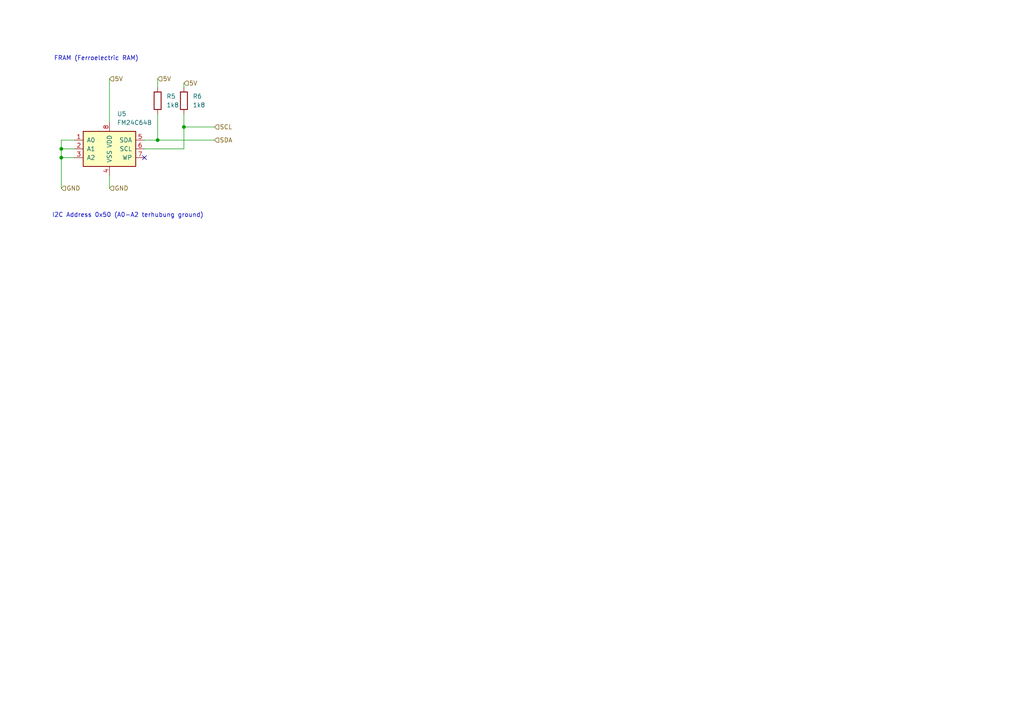
<source format=kicad_sch>
(kicad_sch (version 20231120) (generator "eeschema") (generator_version "8.0")
  (paper "A4")
  (lib_symbols
    (symbol "Device:R" (pin_numbers hide) (pin_names (offset 0))
      (property "Reference" "R" (at 2.032 0 90))
      (property "Value" "R" (at 0 0 90))
      (symbol "R_0_1"
        (rectangle (start -1.016 -2.54) (end 1.016 2.54) (stroke (width 0.254)))
      )
      (symbol "R_1_1"
        (pin passive line (at 0 3.81 270) (length 1.27) (name "~") (number "1"))
        (pin passive line (at 0 -3.81 90) (length 1.27) (name "~") (number "2"))
      )
    )
    (symbol "Memory_NVRAM:FM24C64B" (pin_names (offset 1.016))
      (property "Reference" "U" (at -5.08 8.89 0))
      (property "Value" "FM24C64B" (at 6.35 -8.89 0))
      (symbol "FM24C64B_0_1"
        (rectangle (start -7.62 5.08) (end 7.62 -5.08) (stroke (width 0.254)) (fill (type background)))
      )
      (symbol "FM24C64B_1_1"
        (pin input line (at -10.16 2.54 0) (length 2.54) (name "A0") (number "1"))
        (pin input line (at -10.16 0 0) (length 2.54) (name "A1") (number "2"))
        (pin input line (at -10.16 -2.54 0) (length 2.54) (name "A2") (number "3"))
        (pin power_in line (at 0 -7.62 90) (length 2.54) (name "VSS") (number "4"))
        (pin bidirectional line (at 10.16 2.54 180) (length 2.54) (name "SDA") (number "5"))
        (pin input line (at 10.16 0 180) (length 2.54) (name "SCL") (number "6"))
        (pin input line (at 10.16 -2.54 180) (length 2.54) (name "WP") (number "7"))
        (pin power_in line (at 0 7.62 270) (length 2.54) (name "VDD") (number "8"))
      )
    )
  )
  (junction (at 17.78 43.18))
  (junction (at 17.78 45.72))
  (junction (at 45.72 40.64))
  (junction (at 53.34 36.83))
  (no_connect (at 41.91 45.72))
  (wire (pts (xy 21.59 40.64) (xy 17.78 40.64)))
  (wire (pts (xy 31.75 50.8) (xy 31.75 54.61)))
  (wire (pts (xy 53.34 36.83) (xy 62.23 36.83)))
  (wire (pts (xy 17.78 45.72) (xy 17.78 54.61)))
  (wire (pts (xy 31.75 22.86) (xy 31.75 35.56)))
  (wire (pts (xy 17.78 45.72) (xy 21.59 45.72)))
  (wire (pts (xy 17.78 43.18) (xy 17.78 45.72)))
  (wire (pts (xy 41.91 43.18) (xy 53.34 43.18)))
  (wire (pts (xy 17.78 40.64) (xy 17.78 43.18)))
  (wire (pts (xy 45.72 40.64) (xy 62.23 40.64)))
  (wire (pts (xy 45.72 22.86) (xy 45.72 25.4)))
  (wire (pts (xy 53.34 36.83) (xy 53.34 43.18)))
  (wire (pts (xy 53.34 24.13) (xy 53.34 25.4)))
  (wire (pts (xy 17.78 43.18) (xy 21.59 43.18)))
  (wire (pts (xy 53.34 33.02) (xy 53.34 36.83)))
  (wire (pts (xy 45.72 40.64) (xy 45.72 33.02)))
  (wire (pts (xy 41.91 40.64) (xy 45.72 40.64)))
  (text "FRAM (Ferroelectric RAM)" (at 27.94 17.018 0) (effects (font (size 1.27 1.27))))
  (text "I2C Address 0x50 (A0-A2 terhubung ground)" (at 37.084 62.484 0) (effects (font (size 1.27 1.27))))
  (hierarchical_label "SCL" (shape input) (at 62.23 36.83 0))
  (hierarchical_label "5V" (shape input) (at 45.72 22.86 0))
  (hierarchical_label "GND" (shape input) (at 31.75 54.61 0))
  (hierarchical_label "GND" (shape input) (at 17.78 54.61 0))
  (hierarchical_label "5V" (shape input) (at 31.75 22.86 0))
  (hierarchical_label "5V" (shape input) (at 53.34 24.13 0))
  (hierarchical_label "SDA" (shape input) (at 62.23 40.64 0))
  (symbol (lib_id "Memory_NVRAM:FM24C64B") (at 31.75 43.18 0) (unit 1)
    (property "Reference" "U5" (at 33.9441 33.02 0) (effects (justify left)))
    (property "Value" "FM24C64B" (at 33.9441 35.56 0) (effects (justify left)))
    (property "Footprint" "Package_SO:SOIC-8_3.9x4.9mm_P1.27mm" (effects (hide yes)))
    (property "Datasheet" "http://www.cypress.com/file/41651/download" (effects (hide yes)))
    (property "Description" "64Kb serial FRAM nonvolatile Memory, SOIC-8" (effects (hide yes)))
  )
  (symbol (lib_id "Device:R") (at 45.72 29.21 0) (unit 1)
    (property "Reference" "R5" (at 48.26 27.9399 0) (effects (justify left)))
    (property "Value" "1k8" (at 48.26 30.4799 0) (effects (justify left)))
    (property "Footprint" "Resistor_THT:R_Axial_DIN0204_L3.6mm_D1.6mm_P5.08mm_Horizontal" (effects (hide yes)))
    (property "Description" "Resistor" (effects (hide yes)))
  )
  (symbol (lib_id "Device:R") (at 53.34 29.21 0) (unit 1)
    (property "Reference" "R6" (at 55.88 27.9399 0) (effects (justify left)))
    (property "Value" "1k8" (at 55.88 30.4799 0) (effects (justify left)))
    (property "Footprint" "Resistor_THT:R_Axial_DIN0204_L3.6mm_D1.6mm_P5.08mm_Horizontal" (effects (hide yes)))
    (property "Description" "Resistor" (effects (hide yes)))
  )
)
</source>
